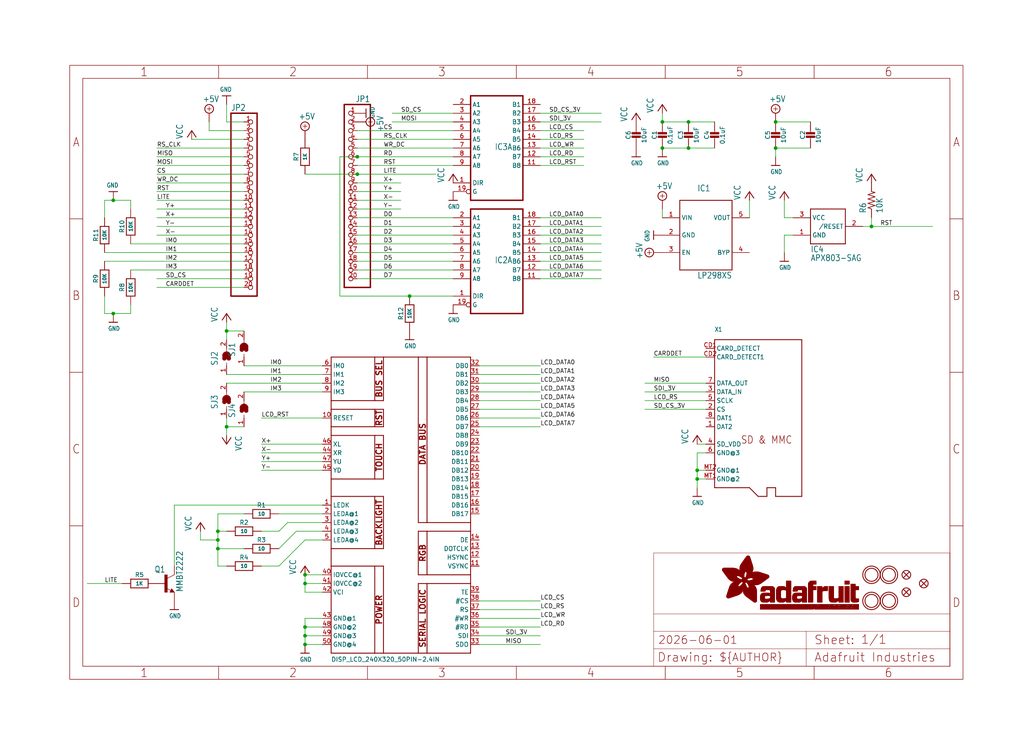
<source format=kicad_sch>
(kicad_sch (version 20230121) (generator eeschema)
  (paper "User" 298.45 217.322)
  (lib_symbols
    (symbol "working-eagle-import:+5V" (power)
      (property "Value" "+5V" (at -1.905 3.175 0))
      (symbol "+5V_1_0"
        (pin power_in line (at 0 -2.54 90) (length 2.54) (name "+5V") (number "1"))
      )
    )
    (symbol "working-eagle-import:-NPN-SOT23-BEC"
      (property "Reference" "T" (at -10.16 7.62 0))
      (symbol "-NPN-SOT23-BEC_1_0"
        (pin passive line (at -2.54 0 0) (length 2.54) (name "B") (number "B"))
        (pin passive line (at 2.54 5.08 270) (length 2.54) (name "C") (number "C"))
        (pin passive line (at 2.54 -5.08 90) (length 2.54) (name "E") (number "E"))
      )
    )
    (symbol "working-eagle-import:74245DW"
      (property "Reference" "IC" (at -0.635 -0.635 0))
      (symbol "74245DW_1_0"
        (pin input line (at -12.7 -10.16 0) (length 5.08) (name "DIR") (number "1"))
        (pin bidirectional line (at 12.7 -5.08 180) (length 5.08) (name "B8") (number "11"))
        (pin bidirectional line (at 12.7 -2.54 180) (length 5.08) (name "B7") (number "12"))
        (pin bidirectional line (at 12.7 0 180) (length 5.08) (name "B6") (number "13"))
        (pin bidirectional line (at 12.7 2.54 180) (length 5.08) (name "B5") (number "14"))
        (pin bidirectional line (at 12.7 5.08 180) (length 5.08) (name "B4") (number "15"))
        (pin bidirectional line (at 12.7 7.62 180) (length 5.08) (name "B3") (number "16"))
        (pin bidirectional line (at 12.7 10.16 180) (length 5.08) (name "B2") (number "17"))
        (pin bidirectional line (at 12.7 12.7 180) (length 5.08) (name "B1") (number "18"))
        (pin input inverted (at -12.7 -12.7 0) (length 5.08) (name "G") (number "19"))
        (pin bidirectional line (at -12.7 12.7 0) (length 5.08) (name "A1") (number "2"))
        (pin bidirectional line (at -12.7 10.16 0) (length 5.08) (name "A2") (number "3"))
        (pin bidirectional line (at -12.7 7.62 0) (length 5.08) (name "A3") (number "4"))
        (pin bidirectional line (at -12.7 5.08 0) (length 5.08) (name "A4") (number "5"))
        (pin bidirectional line (at -12.7 2.54 0) (length 5.08) (name "A5") (number "6"))
        (pin bidirectional line (at -12.7 0 0) (length 5.08) (name "A6") (number "7"))
        (pin bidirectional line (at -12.7 -2.54 0) (length 5.08) (name "A7") (number "8"))
        (pin bidirectional line (at -12.7 -5.08 0) (length 5.08) (name "A8") (number "9"))
      )
      (symbol "74245DW_2_0"
        (text "GND" (at 1.905 -5.842 900) (effects (font (size 1.27 1.0795)) (justify left bottom)))
        (text "VCC" (at 1.905 2.54 900) (effects (font (size 1.27 1.0795)) (justify left bottom)))
        (pin power_in line (at 0 -7.62 90) (length 5.08) (name "GND") (number "10"))
        (pin power_in line (at 0 7.62 270) (length 5.08) (name "VCC") (number "20"))
      )
    )
    (symbol "working-eagle-import:AXP083-SAG"
      (property "Reference" "IC" (at -5.08 -7.62 0))
      (symbol "AXP083-SAG_1_0"
        (pin power_in line (at -10.16 -2.54 0) (length 5.08) (name "GND") (number "1"))
        (pin output line (at 10.16 0 180) (length 5.08) (name "/RESET") (number "2"))
        (pin power_in line (at -10.16 2.54 0) (length 5.08) (name "VCC") (number "3"))
      )
    )
    (symbol "working-eagle-import:CAP_CERAMIC0805-NOOUTLINE"
      (property "Reference" "C" (at -2.29 1.25 90))
      (symbol "CAP_CERAMIC0805-NOOUTLINE_1_0"
        (pin passive line (at 0 5.08 270) (length 2.54) (name "1") (number "1"))
        (pin passive line (at 0 -2.54 90) (length 2.54) (name "2") (number "2"))
      )
    )
    (symbol "working-eagle-import:DISP_LCD_240X320_50PIN-2.4IN"
      (symbol "DISP_LCD_240X320_50PIN-2.4IN_1_0"
        (text "BACKLIGHT" (at -6.35 -7.62 900) (effects (font (size 1.6764 1.6764) (thickness 0.3353) bold)))
        (text "BUS SEL" (at -6.35 34.29 900) (effects (font (size 1.6764 1.6764) (thickness 0.3353) bold)))
        (text "DATA BUS" (at 6.35 15.24 900) (effects (font (size 1.6764 1.6764) (thickness 0.3353) bold)))
        (text "POWER" (at -6.35 -33.02 900) (effects (font (size 1.6764 1.6764) (thickness 0.3353) bold)))
        (text "RGB" (at 6.35 -16.51 900) (effects (font (size 1.6764 1.6764) (thickness 0.3353) bold)))
        (text "RST" (at -6.35 22.86 900) (effects (font (size 1.6764 1.6764) (thickness 0.3353) bold)))
        (text "SERIAL LOGIC" (at 6.35 -35.56 900) (effects (font (size 1.6764 1.6764) (thickness 0.3353) bold)))
        (text "TOUCH" (at -6.35 11.43 900) (effects (font (size 1.6764 1.6764) (thickness 0.3353) bold)))
        (pin bidirectional line (at -22.86 -2.54 0) (length 2.54) (name "LEDK") (number "1"))
        (pin bidirectional line (at -22.86 22.86 0) (length 2.54) (name "RESET") (number "10"))
        (pin bidirectional line (at 22.86 -20.32 180) (length 2.54) (name "VSYNC") (number "11"))
        (pin bidirectional line (at 22.86 -17.78 180) (length 2.54) (name "HSYNC") (number "12"))
        (pin bidirectional line (at 22.86 -15.24 180) (length 2.54) (name "DOTCLK") (number "13"))
        (pin bidirectional line (at 22.86 -12.7 180) (length 2.54) (name "DE") (number "14"))
        (pin bidirectional line (at 22.86 -5.08 180) (length 2.54) (name "DB17") (number "15"))
        (pin bidirectional line (at 22.86 -2.54 180) (length 2.54) (name "DB16") (number "16"))
        (pin bidirectional line (at 22.86 0 180) (length 2.54) (name "DB15") (number "17"))
        (pin bidirectional line (at 22.86 2.54 180) (length 2.54) (name "DB14") (number "18"))
        (pin bidirectional line (at 22.86 5.08 180) (length 2.54) (name "DB13") (number "19"))
        (pin bidirectional line (at -22.86 -5.08 0) (length 2.54) (name "LEDA@1") (number "2"))
        (pin bidirectional line (at 22.86 7.62 180) (length 2.54) (name "DB12") (number "20"))
        (pin bidirectional line (at 22.86 10.16 180) (length 2.54) (name "DB11") (number "21"))
        (pin bidirectional line (at 22.86 12.7 180) (length 2.54) (name "DB10") (number "22"))
        (pin bidirectional line (at 22.86 15.24 180) (length 2.54) (name "DB9") (number "23"))
        (pin bidirectional line (at 22.86 17.78 180) (length 2.54) (name "DB8") (number "24"))
        (pin bidirectional line (at 22.86 20.32 180) (length 2.54) (name "DB7") (number "25"))
        (pin bidirectional line (at 22.86 22.86 180) (length 2.54) (name "DB6") (number "26"))
        (pin bidirectional line (at 22.86 25.4 180) (length 2.54) (name "DB5") (number "27"))
        (pin bidirectional line (at 22.86 27.94 180) (length 2.54) (name "DB4") (number "28"))
        (pin bidirectional line (at 22.86 30.48 180) (length 2.54) (name "DB3") (number "29"))
        (pin bidirectional line (at -22.86 -7.62 0) (length 2.54) (name "LEDA@2") (number "3"))
        (pin bidirectional line (at 22.86 33.02 180) (length 2.54) (name "DB2") (number "30"))
        (pin bidirectional line (at 22.86 35.56 180) (length 2.54) (name "DB1") (number "31"))
        (pin bidirectional line (at 22.86 38.1 180) (length 2.54) (name "DB0") (number "32"))
        (pin bidirectional line (at 22.86 -43.18 180) (length 2.54) (name "SDO") (number "33"))
        (pin bidirectional line (at 22.86 -40.64 180) (length 2.54) (name "SDI") (number "34"))
        (pin bidirectional line (at 22.86 -38.1 180) (length 2.54) (name "#RD") (number "35"))
        (pin bidirectional line (at 22.86 -35.56 180) (length 2.54) (name "#WR") (number "36"))
        (pin bidirectional line (at 22.86 -33.02 180) (length 2.54) (name "RS") (number "37"))
        (pin bidirectional line (at 22.86 -30.48 180) (length 2.54) (name "#CS") (number "38"))
        (pin bidirectional line (at 22.86 -27.94 180) (length 2.54) (name "TE") (number "39"))
        (pin bidirectional line (at -22.86 -10.16 0) (length 2.54) (name "LEDA@3") (number "4"))
        (pin bidirectional line (at -22.86 -22.86 0) (length 2.54) (name "IOVCC@1") (number "40"))
        (pin bidirectional line (at -22.86 -25.4 0) (length 2.54) (name "IOVCC@2") (number "41"))
        (pin bidirectional line (at -22.86 -27.94 0) (length 2.54) (name "VCI") (number "42"))
        (pin bidirectional line (at -22.86 -35.56 0) (length 2.54) (name "GND@1") (number "43"))
        (pin bidirectional line (at -22.86 12.7 0) (length 2.54) (name "XR") (number "44"))
        (pin bidirectional line (at -22.86 7.62 0) (length 2.54) (name "YD") (number "45"))
        (pin bidirectional line (at -22.86 15.24 0) (length 2.54) (name "XL") (number "46"))
        (pin bidirectional line (at -22.86 10.16 0) (length 2.54) (name "YU") (number "47"))
        (pin bidirectional line (at -22.86 -38.1 0) (length 2.54) (name "GND@2") (number "48"))
        (pin bidirectional line (at -22.86 -40.64 0) (length 2.54) (name "GND@3") (number "49"))
        (pin bidirectional line (at -22.86 -12.7 0) (length 2.54) (name "LEDA@4") (number "5"))
        (pin bidirectional line (at -22.86 -43.18 0) (length 2.54) (name "GND@4") (number "50"))
        (pin bidirectional line (at -22.86 38.1 0) (length 2.54) (name "IM0") (number "6"))
        (pin bidirectional line (at -22.86 35.56 0) (length 2.54) (name "IM1") (number "7"))
        (pin bidirectional line (at -22.86 33.02 0) (length 2.54) (name "IM2") (number "8"))
        (pin bidirectional line (at -22.86 30.48 0) (length 2.54) (name "IM3") (number "9"))
      )
    )
    (symbol "working-eagle-import:FIDUCIAL{dblquote}{dblquote}")
    (symbol "working-eagle-import:FRAME_A4_ADAFRUIT"
      (symbol "FRAME_A4_ADAFRUIT_1_0"
        (text "${#}/${##}" (at 230.505 10.16 0) (effects (font (size 2.54 2.54)) (justify left bottom)))
        (text "${AUTHOR}" (at 189.23 5.08 0) (effects (font (size 2.286 2.286)) (justify left bottom)))
        (text "${CURRENT_DATE}" (at 171.45 10.16 0) (effects (font (size 2.286 2.286)) (justify left bottom)))
        (text "${PROJECTNAME}" (at 171.45 15.24 0) (effects (font (size 2.54 2.54)) (justify left bottom)))
        (text "1" (at 21.6958 1.905 0) (effects (font (size 2.54 2.286))))
        (text "1" (at 21.6958 177.165 0) (effects (font (size 2.54 2.286))))
        (text "2" (at 65.0875 1.905 0) (effects (font (size 2.54 2.286))))
        (text "2" (at 65.0875 177.165 0) (effects (font (size 2.54 2.286))))
        (text "3" (at 108.4792 1.905 0) (effects (font (size 2.54 2.286))))
        (text "3" (at 108.4792 177.165 0) (effects (font (size 2.54 2.286))))
        (text "4" (at 151.8708 1.905 0) (effects (font (size 2.54 2.286))))
        (text "4" (at 151.8708 177.165 0) (effects (font (size 2.54 2.286))))
        (text "5" (at 195.2625 1.905 0) (effects (font (size 2.54 2.286))))
        (text "5" (at 195.2625 177.165 0) (effects (font (size 2.54 2.286))))
        (text "6" (at 238.6542 1.905 0) (effects (font (size 2.54 2.286))))
        (text "6" (at 238.6542 177.165 0) (effects (font (size 2.54 2.286))))
        (text "A" (at 1.905 156.6863 0) (effects (font (size 2.54 2.286))))
        (text "A" (at 258.445 156.6863 0) (effects (font (size 2.54 2.286))))
        (text "Adafruit Industries" (at 216.916 4.953 0) (effects (font (size 2.54 2.54)) (justify left bottom)))
        (text "B" (at 1.905 111.9188 0) (effects (font (size 2.54 2.286))))
        (text "B" (at 258.445 111.9188 0) (effects (font (size 2.54 2.286))))
        (text "C" (at 1.905 67.1513 0) (effects (font (size 2.54 2.286))))
        (text "C" (at 258.445 67.1513 0) (effects (font (size 2.54 2.286))))
        (text "D" (at 1.905 22.3838 0) (effects (font (size 2.54 2.286))))
        (text "D" (at 258.445 22.3838 0) (effects (font (size 2.54 2.286))))
        (text "Drawing:" (at 171.196 4.953 0) (effects (font (size 2.54 2.54)) (justify left bottom)))
        (text "Sheet:" (at 216.916 10.033 0) (effects (font (size 2.54 2.54)) (justify left bottom)))
      )
    )
    (symbol "working-eagle-import:GND" (power)
      (property "Value" "GND" (at -1.524 -2.54 0))
      (symbol "GND_1_0"
        (pin power_in line (at 0 2.54 270) (length 2.54) (name "GND") (number "1"))
      )
    )
    (symbol "working-eagle-import:HEADER-1X20ROUND"
      (property "Reference" "JP" (at -6.35 26.035 0))
      (symbol "HEADER-1X20ROUND_1_0"
        (pin passive inverted (at -2.54 22.86 0) (length 2.54) (name "1") (number "1"))
        (pin passive inverted (at -2.54 0 0) (length 2.54) (name "10") (number "10"))
        (pin passive inverted (at -2.54 -2.54 0) (length 2.54) (name "11") (number "11"))
        (pin passive inverted (at -2.54 -5.08 0) (length 2.54) (name "12") (number "12"))
        (pin passive inverted (at -2.54 -7.62 0) (length 2.54) (name "13") (number "13"))
        (pin passive inverted (at -2.54 -10.16 0) (length 2.54) (name "14") (number "14"))
        (pin passive inverted (at -2.54 -12.7 0) (length 2.54) (name "15") (number "15"))
        (pin passive inverted (at -2.54 -15.24 0) (length 2.54) (name "16") (number "16"))
        (pin passive inverted (at -2.54 -17.78 0) (length 2.54) (name "17") (number "17"))
        (pin passive inverted (at -2.54 -20.32 0) (length 2.54) (name "18") (number "18"))
        (pin passive inverted (at -2.54 -22.86 0) (length 2.54) (name "19") (number "19"))
        (pin passive inverted (at -2.54 20.32 0) (length 2.54) (name "2") (number "2"))
        (pin passive inverted (at -2.54 -25.4 0) (length 2.54) (name "20") (number "20"))
        (pin passive inverted (at -2.54 17.78 0) (length 2.54) (name "3") (number "3"))
        (pin passive inverted (at -2.54 15.24 0) (length 2.54) (name "4") (number "4"))
        (pin passive inverted (at -2.54 12.7 0) (length 2.54) (name "5") (number "5"))
        (pin passive inverted (at -2.54 10.16 0) (length 2.54) (name "6") (number "6"))
        (pin passive inverted (at -2.54 7.62 0) (length 2.54) (name "7") (number "7"))
        (pin passive inverted (at -2.54 5.08 0) (length 2.54) (name "8") (number "8"))
        (pin passive inverted (at -2.54 2.54 0) (length 2.54) (name "9") (number "9"))
      )
    )
    (symbol "working-eagle-import:LP298XS"
      (property "Reference" "IC" (at -12.7 -5.08 90))
      (symbol "LP298XS_1_0"
        (pin bidirectional line (at -5.08 -15.24 90) (length 5.08) (name "VIN") (number "1"))
        (pin bidirectional line (at 0 -15.24 90) (length 5.08) (name "GND") (number "2"))
        (pin bidirectional line (at 5.08 -15.24 90) (length 5.08) (name "EN") (number "3"))
        (pin bidirectional line (at 5.08 10.16 270) (length 5.08) (name "BYP") (number "4"))
        (pin bidirectional line (at -5.08 10.16 270) (length 5.08) (name "VOUT") (number "5"))
      )
    )
    (symbol "working-eagle-import:MICROSD"
      (property "Reference" "X" (at -12.7 22.606 0))
      (symbol "MICROSD_1_0"
        (text "SD & MMC" (at -5.08 -10.16 0) (effects (font (size 2.1844 1.8567)) (justify left bottom)))
        (pin bidirectional line (at -15.24 -5.08 0) (length 2.54) (name "DAT2") (number "1"))
        (pin input line (at -15.24 0 0) (length 2.54) (name "CS") (number "2"))
        (pin input line (at -15.24 5.08 0) (length 2.54) (name "DATA_IN") (number "3"))
        (pin power_in line (at -15.24 -10.16 0) (length 2.54) (name "SD_VDD") (number "4"))
        (pin input line (at -15.24 2.54 0) (length 2.54) (name "SCLK") (number "5"))
        (pin power_in line (at -15.24 -12.7 0) (length 2.54) (name "GND@3") (number "6"))
        (pin output line (at -15.24 7.62 0) (length 2.54) (name "DATA_OUT") (number "7"))
        (pin bidirectional line (at -15.24 -2.54 0) (length 2.54) (name "DAT1") (number "8"))
        (pin passive line (at -15.24 17.78 0) (length 2.54) (name "CARD_DETECT") (number "CD1"))
        (pin passive line (at -15.24 15.24 0) (length 2.54) (name "CARD_DETECT1") (number "CD2"))
        (pin power_in line (at -15.24 -20.32 0) (length 2.54) (name "GND@2") (number "MT1"))
        (pin power_in line (at -15.24 -17.78 0) (length 2.54) (name "GND@1") (number "MT2"))
      )
    )
    (symbol "working-eagle-import:MOUNTINGHOLE2.5")
    (symbol "working-eagle-import:R-US_R0805"
      (property "Reference" "R" (at -3.81 1.4986 0))
      (symbol "R-US_R0805_1_0"
        (pin passive line (at -5.08 0 0) (length 2.54) (name "1") (number "1"))
        (pin passive line (at 5.08 0 180) (length 2.54) (name "2") (number "2"))
      )
    )
    (symbol "working-eagle-import:RESISTOR0805_NOOUTLINE"
      (property "Reference" "R" (at 0 2.54 0))
      (symbol "RESISTOR0805_NOOUTLINE_1_0"
        (pin passive line (at -5.08 0 0) (length 2.54) (name "1") (number "1"))
        (pin passive line (at 5.08 0 180) (length 2.54) (name "2") (number "2"))
      )
    )
    (symbol "working-eagle-import:SOLDERJUMPER"
      (property "Reference" "SJ" (at -2.54 2.54 0))
      (symbol "SOLDERJUMPER_1_0"
        (pin passive line (at -5.08 0 0) (length 2.54) (name "1") (number "1"))
        (pin passive line (at 5.08 0 180) (length 2.54) (name "2") (number "2"))
      )
    )
    (symbol "working-eagle-import:VCC" (power)
      (property "Value" "VCC" (at -2.54 -2.54 90))
      (symbol "VCC_1_0"
        (pin power_in line (at 0 -2.54 90) (length 2.54) (name "VCC") (number "1"))
      )
    )
  )
  (junction (at 193.04 35.56))
  (junction (at 200.66 35.56))
  (junction (at 203.2 139.7))
  (junction (at 226.06 43.18))
  (junction (at 200.66 43.18))
  (junction (at 66.04 96.52))
  (junction (at 88.9 167.64))
  (junction (at 88.9 182.88))
  (junction (at 193.04 43.18))
  (junction (at 203.2 137.16))
  (junction (at 33.02 91.44))
  (junction (at 88.9 187.96))
  (junction (at 88.9 170.18))
  (junction (at 254 66.04))
  (junction (at 226.06 35.56))
  (junction (at 63.5 154.94))
  (junction (at 33.02 58.42))
  (junction (at 66.04 124.46))
  (junction (at 119.38 86.36))
  (junction (at 104.14 45.72))
  (junction (at 63.5 157.48))
  (junction (at 104.14 50.8))
  (junction (at 88.9 185.42))
  (junction (at 63.5 160.02))
  (wire (pts (xy 200.66 35.56) (xy 208.28 35.56)) (stroke (width 0.1524)))
  (wire (pts (xy 139.7 182.88) (xy 157.48 182.88)) (stroke (width 0.1524)))
  (wire (pts (xy 157.48 45.72) (xy 170.18 45.72)) (stroke (width 0.1524)))
  (wire (pts (xy 226.06 35.56) (xy 236.22 35.56)) (stroke (width 0.1524)))
  (wire (pts (xy 88.9 170.18) (xy 93.98 170.18)) (stroke (width 0.1524)))
  (wire (pts (xy 66.04 127) (xy 66.04 124.46)) (stroke (width 0.1524)))
  (wire (pts (xy 93.98 106.68) (xy 71.12 106.68)) (stroke (width 0.1524)))
  (wire (pts (xy 81.28 160.02) (xy 86.36 154.94)) (stroke (width 0.1524)))
  (wire (pts (xy 50.8 165.1) (xy 50.8 147.32)) (stroke (width 0.1524)))
  (wire (pts (xy 157.48 40.64) (xy 170.18 40.64)) (stroke (width 0.1524)))
  (wire (pts (xy 71.12 38.1) (xy 60.96 38.1)) (stroke (width 0.1524)))
  (wire (pts (xy 93.98 167.64) (xy 88.9 167.64)) (stroke (width 0.1524)))
  (wire (pts (xy 139.7 124.46) (xy 157.48 124.46)) (stroke (width 0.1524)))
  (wire (pts (xy 93.98 182.88) (xy 88.9 182.88)) (stroke (width 0.1524)))
  (wire (pts (xy 45.72 50.8) (xy 71.12 50.8)) (stroke (width 0.1524)))
  (wire (pts (xy 139.7 116.84) (xy 157.48 116.84)) (stroke (width 0.1524)))
  (wire (pts (xy 88.9 157.48) (xy 93.98 157.48)) (stroke (width 0.1524)))
  (wire (pts (xy 139.7 111.76) (xy 157.48 111.76)) (stroke (width 0.1524)))
  (wire (pts (xy 88.9 172.72) (xy 88.9 170.18)) (stroke (width 0.1524)))
  (wire (pts (xy 132.08 78.74) (xy 104.14 78.74)) (stroke (width 0.1524)))
  (wire (pts (xy 45.72 45.72) (xy 71.12 45.72)) (stroke (width 0.1524)))
  (wire (pts (xy 132.08 63.5) (xy 104.14 63.5)) (stroke (width 0.1524)))
  (wire (pts (xy 205.74 129.54) (xy 203.2 129.54)) (stroke (width 0.1524)))
  (wire (pts (xy 88.9 187.96) (xy 93.98 187.96)) (stroke (width 0.1524)))
  (wire (pts (xy 205.74 139.7) (xy 203.2 139.7)) (stroke (width 0.1524)))
  (wire (pts (xy 203.2 139.7) (xy 203.2 137.16)) (stroke (width 0.1524)))
  (wire (pts (xy 175.26 71.12) (xy 157.48 71.12)) (stroke (width 0.1524)))
  (wire (pts (xy 139.7 121.92) (xy 157.48 121.92)) (stroke (width 0.1524)))
  (wire (pts (xy 254 63.5) (xy 254 66.04)) (stroke (width 0.1524)))
  (wire (pts (xy 139.7 175.26) (xy 157.48 175.26)) (stroke (width 0.1524)))
  (wire (pts (xy 139.7 114.3) (xy 157.48 114.3)) (stroke (width 0.1524)))
  (wire (pts (xy 104.14 40.64) (xy 132.08 40.64)) (stroke (width 0.1524)))
  (wire (pts (xy 251.46 66.04) (xy 254 66.04)) (stroke (width 0.1524)))
  (wire (pts (xy 139.7 187.96) (xy 157.48 187.96)) (stroke (width 0.1524)))
  (wire (pts (xy 30.48 91.44) (xy 33.02 91.44)) (stroke (width 0.1524)))
  (wire (pts (xy 66.04 96.52) (xy 71.12 96.52)) (stroke (width 0.1524)))
  (wire (pts (xy 104.14 60.96) (xy 116.84 60.96)) (stroke (width 0.1524)))
  (wire (pts (xy 93.98 180.34) (xy 88.9 180.34)) (stroke (width 0.1524)))
  (wire (pts (xy 139.7 109.22) (xy 157.48 109.22)) (stroke (width 0.1524)))
  (wire (pts (xy 226.06 43.18) (xy 236.22 43.18)) (stroke (width 0.1524)))
  (wire (pts (xy 104.14 48.26) (xy 132.08 48.26)) (stroke (width 0.1524)))
  (wire (pts (xy 200.66 35.56) (xy 193.04 35.56)) (stroke (width 0.1524)))
  (wire (pts (xy 139.7 180.34) (xy 157.48 180.34)) (stroke (width 0.1524)))
  (wire (pts (xy 30.48 76.2) (xy 71.12 76.2)) (stroke (width 0.1524)))
  (wire (pts (xy 132.08 66.04) (xy 104.14 66.04)) (stroke (width 0.1524)))
  (wire (pts (xy 205.74 104.14) (xy 190.5 104.14)) (stroke (width 0.1524)))
  (wire (pts (xy 86.36 154.94) (xy 93.98 154.94)) (stroke (width 0.1524)))
  (wire (pts (xy 63.5 160.02) (xy 63.5 157.48)) (stroke (width 0.1524)))
  (wire (pts (xy 139.7 119.38) (xy 157.48 119.38)) (stroke (width 0.1524)))
  (wire (pts (xy 63.5 165.1) (xy 63.5 160.02)) (stroke (width 0.1524)))
  (wire (pts (xy 71.12 68.58) (xy 45.72 68.58)) (stroke (width 0.1524)))
  (wire (pts (xy 66.04 154.94) (xy 63.5 154.94)) (stroke (width 0.1524)))
  (wire (pts (xy 30.48 73.66) (xy 71.12 73.66)) (stroke (width 0.1524)))
  (wire (pts (xy 63.5 160.02) (xy 71.12 160.02)) (stroke (width 0.1524)))
  (wire (pts (xy 88.9 167.64) (xy 88.9 170.18)) (stroke (width 0.1524)))
  (wire (pts (xy 71.12 124.46) (xy 66.04 124.46)) (stroke (width 0.1524)))
  (wire (pts (xy 71.12 48.26) (xy 45.72 48.26)) (stroke (width 0.1524)))
  (wire (pts (xy 93.98 134.62) (xy 76.2 134.62)) (stroke (width 0.1524)))
  (wire (pts (xy 104.14 55.88) (xy 116.84 55.88)) (stroke (width 0.1524)))
  (wire (pts (xy 104.14 43.18) (xy 132.08 43.18)) (stroke (width 0.1524)))
  (wire (pts (xy 228.6 68.58) (xy 231.14 68.58)) (stroke (width 0.1524)))
  (wire (pts (xy 63.5 157.48) (xy 63.5 154.94)) (stroke (width 0.1524)))
  (wire (pts (xy 132.08 71.12) (xy 104.14 71.12)) (stroke (width 0.1524)))
  (wire (pts (xy 104.14 58.42) (xy 116.84 58.42)) (stroke (width 0.1524)))
  (wire (pts (xy 38.1 91.44) (xy 38.1 88.9)) (stroke (width 0.1524)))
  (wire (pts (xy 203.2 137.16) (xy 205.74 137.16)) (stroke (width 0.1524)))
  (wire (pts (xy 76.2 165.1) (xy 81.28 165.1)) (stroke (width 0.1524)))
  (wire (pts (xy 104.14 53.34) (xy 116.84 53.34)) (stroke (width 0.1524)))
  (wire (pts (xy 175.26 66.04) (xy 157.48 66.04)) (stroke (width 0.1524)))
  (wire (pts (xy 81.28 154.94) (xy 83.82 152.4)) (stroke (width 0.1524)))
  (wire (pts (xy 193.04 33.02) (xy 193.04 35.56)) (stroke (width 0.1524)))
  (wire (pts (xy 231.14 63.5) (xy 228.6 63.5)) (stroke (width 0.1524)))
  (wire (pts (xy 66.04 165.1) (xy 63.5 165.1)) (stroke (width 0.1524)))
  (wire (pts (xy 187.96 119.38) (xy 205.74 119.38)) (stroke (width 0.1524)))
  (wire (pts (xy 104.14 50.8) (xy 88.9 50.8)) (stroke (width 0.1524)))
  (wire (pts (xy 71.12 66.04) (xy 45.72 66.04)) (stroke (width 0.1524)))
  (wire (pts (xy 55.88 40.64) (xy 71.12 40.64)) (stroke (width 0.1524)))
  (wire (pts (xy 93.98 129.54) (xy 76.2 129.54)) (stroke (width 0.1524)))
  (wire (pts (xy 66.04 109.22) (xy 93.98 109.22)) (stroke (width 0.1524)))
  (wire (pts (xy 93.98 132.08) (xy 76.2 132.08)) (stroke (width 0.1524)))
  (wire (pts (xy 132.08 35.56) (xy 114.3 35.56)) (stroke (width 0.1524)))
  (wire (pts (xy 205.74 116.84) (xy 187.96 116.84)) (stroke (width 0.1524)))
  (wire (pts (xy 33.02 91.44) (xy 38.1 91.44)) (stroke (width 0.1524)))
  (wire (pts (xy 157.48 38.1) (xy 170.18 38.1)) (stroke (width 0.1524)))
  (wire (pts (xy 45.72 43.18) (xy 71.12 43.18)) (stroke (width 0.1524)))
  (wire (pts (xy 88.9 185.42) (xy 88.9 187.96)) (stroke (width 0.1524)))
  (wire (pts (xy 193.04 60.96) (xy 193.04 63.5)) (stroke (width 0.1524)))
  (wire (pts (xy 132.08 73.66) (xy 104.14 73.66)) (stroke (width 0.1524)))
  (wire (pts (xy 63.5 149.86) (xy 71.12 149.86)) (stroke (width 0.1524)))
  (wire (pts (xy 228.6 63.5) (xy 228.6 58.42)) (stroke (width 0.1524)))
  (wire (pts (xy 104.14 38.1) (xy 132.08 38.1)) (stroke (width 0.1524)))
  (wire (pts (xy 175.26 78.74) (xy 157.48 78.74)) (stroke (width 0.1524)))
  (wire (pts (xy 132.08 76.2) (xy 104.14 76.2)) (stroke (width 0.1524)))
  (wire (pts (xy 104.14 45.72) (xy 132.08 45.72)) (stroke (width 0.1524)))
  (wire (pts (xy 132.08 68.58) (xy 104.14 68.58)) (stroke (width 0.1524)))
  (wire (pts (xy 66.04 93.98) (xy 66.04 96.52)) (stroke (width 0.1524)))
  (wire (pts (xy 45.72 55.88) (xy 71.12 55.88)) (stroke (width 0.1524)))
  (wire (pts (xy 203.2 139.7) (xy 203.2 142.24)) (stroke (width 0.1524)))
  (wire (pts (xy 157.48 43.18) (xy 170.18 43.18)) (stroke (width 0.1524)))
  (wire (pts (xy 132.08 86.36) (xy 119.38 86.36)) (stroke (width 0.1524)))
  (wire (pts (xy 254 66.04) (xy 271.78 66.04)) (stroke (width 0.1524)))
  (wire (pts (xy 104.14 50.8) (xy 127 50.8)) (stroke (width 0.1524)))
  (wire (pts (xy 205.74 114.3) (xy 187.96 114.3)) (stroke (width 0.1524)))
  (wire (pts (xy 66.04 99.06) (xy 66.04 96.52)) (stroke (width 0.1524)))
  (wire (pts (xy 187.96 111.76) (xy 205.74 111.76)) (stroke (width 0.1524)))
  (wire (pts (xy 104.14 45.72) (xy 99.06 45.72)) (stroke (width 0.1524)))
  (wire (pts (xy 71.12 71.12) (xy 38.1 71.12)) (stroke (width 0.1524)))
  (wire (pts (xy 45.72 81.28) (xy 71.12 81.28)) (stroke (width 0.1524)))
  (wire (pts (xy 38.1 58.42) (xy 33.02 58.42)) (stroke (width 0.1524)))
  (wire (pts (xy 175.26 76.2) (xy 157.48 76.2)) (stroke (width 0.1524)))
  (wire (pts (xy 60.96 38.1) (xy 60.96 35.56)) (stroke (width 0.1524)))
  (wire (pts (xy 76.2 121.92) (xy 93.98 121.92)) (stroke (width 0.1524)))
  (wire (pts (xy 58.42 157.48) (xy 63.5 157.48)) (stroke (width 0.1524)))
  (wire (pts (xy 139.7 185.42) (xy 157.48 185.42)) (stroke (width 0.1524)))
  (wire (pts (xy 99.06 86.36) (xy 99.06 45.72)) (stroke (width 0.1524)))
  (wire (pts (xy 71.12 35.56) (xy 66.04 35.56)) (stroke (width 0.1524)))
  (wire (pts (xy 35.56 170.18) (xy 25.4 170.18)) (stroke (width 0.1524)))
  (wire (pts (xy 175.26 68.58) (xy 157.48 68.58)) (stroke (width 0.1524)))
  (wire (pts (xy 205.74 132.08) (xy 203.2 132.08)) (stroke (width 0.1524)))
  (wire (pts (xy 88.9 180.34) (xy 88.9 182.88)) (stroke (width 0.1524)))
  (wire (pts (xy 71.12 83.82) (xy 45.72 83.82)) (stroke (width 0.1524)))
  (wire (pts (xy 139.7 106.68) (xy 157.48 106.68)) (stroke (width 0.1524)))
  (wire (pts (xy 81.28 165.1) (xy 88.9 157.48)) (stroke (width 0.1524)))
  (wire (pts (xy 193.04 43.18) (xy 200.66 43.18)) (stroke (width 0.1524)))
  (wire (pts (xy 175.26 63.5) (xy 157.48 63.5)) (stroke (width 0.1524)))
  (wire (pts (xy 71.12 78.74) (xy 38.1 78.74)) (stroke (width 0.1524)))
  (wire (pts (xy 50.8 147.32) (xy 93.98 147.32)) (stroke (width 0.1524)))
  (wire (pts (xy 175.26 73.66) (xy 157.48 73.66)) (stroke (width 0.1524)))
  (wire (pts (xy 45.72 53.34) (xy 71.12 53.34)) (stroke (width 0.1524)))
  (wire (pts (xy 71.12 60.96) (xy 45.72 60.96)) (stroke (width 0.1524)))
  (wire (pts (xy 157.48 33.02) (xy 175.26 33.02)) (stroke (width 0.1524)))
  (wire (pts (xy 93.98 111.76) (xy 66.04 111.76)) (stroke (width 0.1524)))
  (wire (pts (xy 88.9 185.42) (xy 93.98 185.42)) (stroke (width 0.1524)))
  (wire (pts (xy 139.7 177.8) (xy 157.48 177.8)) (stroke (width 0.1524)))
  (wire (pts (xy 58.42 154.94) (xy 58.42 157.48)) (stroke (width 0.1524)))
  (wire (pts (xy 76.2 154.94) (xy 81.28 154.94)) (stroke (width 0.1524)))
  (wire (pts (xy 132.08 81.28) (xy 104.14 81.28)) (stroke (width 0.1524)))
  (wire (pts (xy 66.04 124.46) (xy 66.04 121.92)) (stroke (width 0.1524)))
  (wire (pts (xy 119.38 86.36) (xy 99.06 86.36)) (stroke (width 0.1524)))
  (wire (pts (xy 93.98 172.72) (xy 88.9 172.72)) (stroke (width 0.1524)))
  (wire (pts (xy 93.98 137.16) (xy 76.2 137.16)) (stroke (width 0.1524)))
  (wire (pts (xy 203.2 132.08) (xy 203.2 137.16)) (stroke (width 0.1524)))
  (wire (pts (xy 157.48 48.26) (xy 170.18 48.26)) (stroke (width 0.1524)))
  (wire (pts (xy 30.48 58.42) (xy 30.48 63.5)) (stroke (width 0.1524)))
  (wire (pts (xy 38.1 60.96) (xy 38.1 58.42)) (stroke (width 0.1524)))
  (wire (pts (xy 83.82 152.4) (xy 93.98 152.4)) (stroke (width 0.1524)))
  (wire (pts (xy 30.48 86.36) (xy 30.48 91.44)) (stroke (width 0.1524)))
  (wire (pts (xy 88.9 182.88) (xy 88.9 185.42)) (stroke (width 0.1524)))
  (wire (pts (xy 63.5 154.94) (xy 63.5 149.86)) (stroke (width 0.1524)))
  (wire (pts (xy 208.28 43.18) (xy 200.66 43.18)) (stroke (width 0.1524)))
  (wire (pts (xy 218.44 58.42) (xy 218.44 63.5)) (stroke (width 0.1524)))
  (wire (pts (xy 33.02 58.42) (xy 30.48 58.42)) (stroke (width 0.1524)))
  (wire (pts (xy 71.12 63.5) (xy 45.72 63.5)) (stroke (width 0.1524)))
  (wire (pts (xy 93.98 114.3) (xy 71.12 114.3)) (stroke (width 0.1524)))
  (wire (pts (xy 114.3 33.02) (xy 132.08 33.02)) (stroke (width 0.1524)))
  (wire (pts (xy 66.04 35.56) (xy 66.04 30.48)) (stroke (width 0.1524)))
  (wire (pts (xy 175.26 81.28) (xy 157.48 81.28)) (stroke (width 0.1524)))
  (wire (pts (xy 226.06 45.72) (xy 226.06 43.18)) (stroke (width 0.1524)))
  (wire (pts (xy 228.6 73.66) (xy 228.6 68.58)) (stroke (width 0.1524)))
  (wire (pts (xy 157.48 35.56) (xy 175.26 35.56)) (stroke (width 0.1524)))
  (wire (pts (xy 71.12 58.42) (xy 45.72 58.42)) (stroke (width 0.1524)))
  (wire (pts (xy 81.28 149.86) (xy 93.98 149.86)) (stroke (width 0.1524)))
  (label "LCD_RD" (at 160.02 45.72 0) (effects (font (size 1.2446 1.2446))))
  (label "MISO" (at 190.5 111.76 0) (effects (font (size 1.2446 1.2446))))
  (label "LCD_WR" (at 160.02 43.18 0) (effects (font (size 1.2446 1.2446))))
  (label "IM0" (at 48.26 71.12 0) (effects (font (size 1.2446 1.2446))))
  (label "LCD_DATA5" (at 157.48 119.38 0) (effects (font (size 1.2446 1.2446))))
  (label "LCD_DATA2" (at 157.48 111.76 0) (effects (font (size 1.2446 1.2446))))
  (label "Y+" (at 111.76 55.88 0) (effects (font (size 1.2446 1.2446))))
  (label "X+" (at 48.26 63.5 0) (effects (font (size 1.2446 1.2446))))
  (label "X-" (at 111.76 58.42 0) (effects (font (size 1.2446 1.2446))))
  (label "LITE" (at 30.48 170.18 0) (effects (font (size 1.2446 1.2446))))
  (label "LCD_DATA2" (at 160.02 68.58 0) (effects (font (size 1.2446 1.2446))))
  (label "D3" (at 111.76 71.12 0) (effects (font (size 1.2446 1.2446))))
  (label "SD_CS" (at 116.84 33.02 0) (effects (font (size 1.2446 1.2446))))
  (label "MOSI" (at 116.84 35.56 0) (effects (font (size 1.2446 1.2446))))
  (label "LCD_DATA3" (at 157.48 114.3 0) (effects (font (size 1.2446 1.2446))))
  (label "X-" (at 76.2 132.08 0) (effects (font (size 1.2446 1.2446))))
  (label "LCD_DATA0" (at 160.02 63.5 0) (effects (font (size 1.2446 1.2446))))
  (label "LCD_DATA4" (at 157.48 116.84 0) (effects (font (size 1.2446 1.2446))))
  (label "CS" (at 45.72 50.8 0) (effects (font (size 1.2446 1.2446))))
  (label "MOSI" (at 45.72 48.26 0) (effects (font (size 1.2446 1.2446))))
  (label "SD_CS" (at 48.26 81.28 0) (effects (font (size 1.2446 1.2446))))
  (label "SDI_3V" (at 190.5 114.3 0) (effects (font (size 1.2446 1.2446))))
  (label "LCD_DATA7" (at 157.48 124.46 0) (effects (font (size 1.2446 1.2446))))
  (label "D0" (at 111.76 63.5 0) (effects (font (size 1.2446 1.2446))))
  (label "WR_DC" (at 45.72 53.34 0) (effects (font (size 1.2446 1.2446))))
  (label "IM3" (at 48.26 78.74 0) (effects (font (size 1.2446 1.2446))))
  (label "Y-" (at 111.76 60.96 0) (effects (font (size 1.2446 1.2446))))
  (label "D5" (at 111.76 76.2 0) (effects (font (size 1.2446 1.2446))))
  (label "IM1" (at 48.26 73.66 0) (effects (font (size 1.2446 1.2446))))
  (label "SD_CS_3V" (at 160.02 33.02 0) (effects (font (size 1.2446 1.2446))))
  (label "LCD_DATA0" (at 157.48 106.68 0) (effects (font (size 1.2446 1.2446))))
  (label "MISO" (at 45.72 45.72 0) (effects (font (size 1.2446 1.2446))))
  (label "LCD_DATA4" (at 160.02 73.66 0) (effects (font (size 1.2446 1.2446))))
  (label "D1" (at 111.76 66.04 0) (effects (font (size 1.2446 1.2446))))
  (label "Y-" (at 76.2 137.16 0) (effects (font (size 1.2446 1.2446))))
  (label "D4" (at 111.76 73.66 0) (effects (font (size 1.2446 1.2446))))
  (label "SDI_3V" (at 147.32 185.42 0) (effects (font (size 1.2446 1.2446))))
  (label "MISO" (at 147.32 187.96 0) (effects (font (size 1.2446 1.2446))))
  (label "IM2" (at 48.26 76.2 0) (effects (font (size 1.2446 1.2446))))
  (label "RST" (at 256.54 66.04 0) (effects (font (size 1.2446 1.2446))))
  (label "SD_CS_3V" (at 190.5 119.38 0) (effects (font (size 1.2446 1.2446))))
  (label "LCD_RST" (at 76.2 121.92 0) (effects (font (size 1.2446 1.2446))))
  (label "CS" (at 111.76 38.1 0) (effects (font (size 1.2446 1.2446))))
  (label "LCD_CS" (at 157.48 175.26 0) (effects (font (size 1.2446 1.2446))))
  (label "LITE" (at 111.76 50.8 0) (effects (font (size 1.2446 1.2446))))
  (label "LCD_RS" (at 160.02 40.64 0) (effects (font (size 1.2446 1.2446))))
  (label "LCD_RS" (at 157.48 177.8 0) (effects (font (size 1.2446 1.2446))))
  (label "LCD_RS" (at 190.5 116.84 0) (effects (font (size 1.2446 1.2446))))
  (label "LCD_RD" (at 157.48 182.88 0) (effects (font (size 1.2446 1.2446))))
  (label "IM0" (at 78.74 106.68 0) (effects (font (size 1.2446 1.2446))))
  (label "Y+" (at 48.26 60.96 0) (effects (font (size 1.2446 1.2446))))
  (label "D7" (at 111.76 81.28 0) (effects (font (size 1.2446 1.2446))))
  (label "LCD_DATA5" (at 160.02 76.2 0) (effects (font (size 1.2446 1.2446))))
  (label "LCD_DATA3" (at 160.02 71.12 0) (effects (font (size 1.2446 1.2446))))
  (label "RS_CLK" (at 45.72 43.18 0) (effects (font (size 1.2446 1.2446))))
  (label "RST" (at 111.76 48.26 0) (effects (font (size 1.2446 1.2446))))
  (label "RST" (at 45.72 55.88 0) (effects (font (size 1.2446 1.2446))))
  (label "X+" (at 111.76 53.34 0) (effects (font (size 1.2446 1.2446))))
  (label "LCD_DATA6" (at 157.48 121.92 0) (effects (font (size 1.2446 1.2446))))
  (label "LCD_DATA6" (at 160.02 78.74 0) (effects (font (size 1.2446 1.2446))))
  (label "LCD_WR" (at 157.48 180.34 0) (effects (font (size 1.2446 1.2446))))
  (label "RD" (at 111.76 45.72 0) (effects (font (size 1.2446 1.2446))))
  (label "IM2" (at 78.74 111.76 0) (effects (font (size 1.2446 1.2446))))
  (label "CARDDET" (at 48.26 83.82 0) (effects (font (size 1.2446 1.2446))))
  (label "RS_CLK" (at 111.76 40.64 0) (effects (font (size 1.2446 1.2446))))
  (label "LITE" (at 45.72 58.42 0) (effects (font (size 1.2446 1.2446))))
  (label "LCD_RST" (at 160.02 48.26 0) (effects (font (size 1.2446 1.2446))))
  (label "LCD_CS" (at 160.02 38.1 0) (effects (font (size 1.2446 1.2446))))
  (label "IM1" (at 78.74 109.22 0) (effects (font (size 1.2446 1.2446))))
  (label "Y+" (at 76.2 134.62 0) (effects (font (size 1.2446 1.2446))))
  (label "LCD_DATA1" (at 160.02 66.04 0) (effects (font (size 1.2446 1.2446))))
  (label "LCD_DATA7" (at 160.02 81.28 0) (effects (font (size 1.2446 1.2446))))
  (label "D6" (at 111.76 78.74 0) (effects (font (size 1.2446 1.2446))))
  (label "Y-" (at 48.26 66.04 0) (effects (font (size 1.2446 1.2446))))
  (label "LCD_DATA1" (at 157.48 109.22 0) (effects (font (size 1.2446 1.2446))))
  (label "IM3" (at 78.74 114.3 0) (effects (font (size 1.2446 1.2446))))
  (label "WR_DC" (at 111.76 43.18 0) (effects (font (size 1.2446 1.2446))))
  (label "X-" (at 48.26 68.58 0) (effects (font (size 1.2446 1.2446))))
  (label "D2" (at 111.76 68.58 0) (effects (font (size 1.2446 1.2446))))
  (label "SDI_3V" (at 160.02 35.56 0) (effects (font (size 1.2446 1.2446))))
  (label "CARDDET" (at 190.5 104.14 0) (effects (font (size 1.2446 1.2446))))
  (label "X+" (at 76.2 129.54 0) (effects (font (size 1.2446 1.2446))))
  (symbol (lib_id "working-eagle-import:LP298XS") (at 208.28 68.58 270) (unit 1)
    (property "Reference" "IC1" (at 203.2 55.88 90) (effects (font (size 1.778 1.5113)) (justify left bottom)))
    (property "Value" "LP298XS" (at 203.2 81.28 90) (effects (font (size 1.778 1.5113)) (justify left bottom)))
    (property "Footprint" "working:SOT23-5L" (effects hide))
  )
  (symbol (lib_id "working-eagle-import:SOLDERJUMPER") (at 66.04 104.14 90) (unit 1)
    (property "Reference" "SJ2" (at 63.5 106.68 0) (effects (font (size 1.778 1.5113)) (justify left bottom)))
    (property "Value" "SOLDERJUMPER" (effects hide))
    (property "Footprint" "working:SOLDERJUMPER_ARROW_NOPASTE" (effects hide))
  )
  (symbol (lib_id "working-eagle-import:RESISTOR0805_NOOUTLINE") (at 30.48 81.28 90) (unit 1)
    (property "Reference" "R9" (at 27.94 81.28 0))
    (property "Value" "10K" (at 30.48 81.28 0) (effects (font (size 1.016 1.016) bold)))
    (property "Footprint" "working:0805-NO" (effects hide))
  )
  (symbol (lib_id "working-eagle-import:GND") (at 228.6 76.2 0) (unit 1)
    (property "Reference" "#U$3" (effects hide))
    (property "Value" "GND" (at 227.076 78.74 0) (effects (font (size 1.27 1.0795)) (justify left bottom)))
  )
  (symbol (lib_id "working-eagle-import:RESISTOR0805_NOOUTLINE") (at 71.12 154.94 0) (unit 1)
    (property "Reference" "R2" (at 71.12 152.4 0))
    (property "Value" "10" (at 71.12 154.94 0) (effects (font (size 1.016 1.016) bold)))
    (property "Footprint" "working:0805-NO" (effects hide))
  )
  (symbol (lib_id "working-eagle-import:MICROSD") (at 220.98 119.38 0) (unit 1)
    (property "Reference" "X1" (at 208.28 96.774 0) (effects (font (size 1.27 1.0795)) (justify left bottom)))
    (property "Value" "MICROSD" (effects hide))
    (property "Footprint" "working:MICROSD" (effects hide))
  )
  (symbol (lib_id "working-eagle-import:GND") (at 50.8 177.8 0) (unit 1)
    (property "Reference" "#U$6" (effects hide))
    (property "Value" "GND" (at 49.276 180.34 0) (effects (font (size 1.27 1.0795)) (justify left bottom)))
  )
  (symbol (lib_id "working-eagle-import:MOUNTINGHOLE2.5") (at 259.08 167.64 0) (unit 1)
    (property "Reference" "U$7" (effects hide))
    (property "Value" "MOUNTINGHOLE2.5" (effects hide))
    (property "Footprint" "working:MOUNTINGHOLE_2.5_PLATED" (effects hide))
  )
  (symbol (lib_id "working-eagle-import:GND") (at 106.68 33.02 90) (unit 1)
    (property "Reference" "#U$5" (effects hide))
    (property "Value" "GND" (at 109.22 34.544 0) (effects (font (size 1.27 1.0795)) (justify left bottom)))
  )
  (symbol (lib_id "working-eagle-import:HEADER-1X20ROUND") (at 101.6 55.88 0) (mirror y) (unit 1)
    (property "Reference" "JP1" (at 107.95 29.845 0) (effects (font (size 1.778 1.5113)) (justify left bottom)))
    (property "Value" "HEADER-1X20ROUND" (effects hide))
    (property "Footprint" "working:1X20_ROUND" (effects hide))
  )
  (symbol (lib_id "working-eagle-import:VCC") (at 66.04 91.44 0) (unit 1)
    (property "Reference" "#P+11" (effects hide))
    (property "Value" "VCC" (at 63.5 93.98 90) (effects (font (size 1.778 1.5113)) (justify left bottom)))
  )
  (symbol (lib_id "working-eagle-import:GND") (at 203.2 144.78 0) (unit 1)
    (property "Reference" "#U$18" (effects hide))
    (property "Value" "GND" (at 201.676 147.32 0) (effects (font (size 1.27 1.0795)) (justify left bottom)))
  )
  (symbol (lib_id "working-eagle-import:AXP083-SAG") (at 241.3 66.04 0) (unit 1)
    (property "Reference" "IC4" (at 236.22 73.66 0) (effects (font (size 1.778 1.5113)) (justify left bottom)))
    (property "Value" "APX803-SAG" (at 236.22 76.2 0) (effects (font (size 1.778 1.5113)) (justify left bottom)))
    (property "Footprint" "working:SOT23" (effects hide))
  )
  (symbol (lib_id "working-eagle-import:+5V") (at 88.9 38.1 0) (unit 1)
    (property "Reference" "#SUPPLY6" (effects hide))
    (property "Value" "+5V" (at 86.995 34.925 0) (effects (font (size 1.778 1.5113)) (justify left bottom)))
  )
  (symbol (lib_id "working-eagle-import:GND") (at 33.02 93.98 0) (unit 1)
    (property "Reference" "#U$20" (effects hide))
    (property "Value" "GND" (at 31.496 96.52 0) (effects (font (size 1.27 1.0795)) (justify left bottom)))
  )
  (symbol (lib_id "working-eagle-import:GND") (at 185.42 45.72 0) (unit 1)
    (property "Reference" "#U$24" (effects hide))
    (property "Value" "GND" (at 183.896 48.26 0) (effects (font (size 1.27 1.0795)) (justify left bottom)))
  )
  (symbol (lib_id "working-eagle-import:CAP_CERAMIC0805-NOOUTLINE") (at 208.28 40.64 0) (unit 1)
    (property "Reference" "C4" (at 205.99 39.39 90))
    (property "Value" "0.1uF" (at 210.58 39.39 90))
    (property "Footprint" "working:0805-NO" (effects hide))
  )
  (symbol (lib_id "working-eagle-import:-NPN-SOT23-BEC") (at 48.26 170.18 0) (unit 1)
    (property "Reference" "Q1" (at 48.26 165.1 0) (effects (font (size 1.778 1.5113)) (justify right top)))
    (property "Value" "MMBT2222" (at 53.34 172.72 90) (effects (font (size 1.778 1.5113)) (justify left bottom)))
    (property "Footprint" "working:SOT23-BEC" (effects hide))
  )
  (symbol (lib_id "working-eagle-import:MOUNTINGHOLE2.5") (at 254 175.26 0) (unit 1)
    (property "Reference" "U$17" (effects hide))
    (property "Value" "MOUNTINGHOLE2.5" (effects hide))
    (property "Footprint" "working:MOUNTINGHOLE_2.5_PLATED" (effects hide))
  )
  (symbol (lib_id "working-eagle-import:SOLDERJUMPER") (at 71.12 119.38 90) (unit 1)
    (property "Reference" "SJ4" (at 68.58 121.92 0) (effects (font (size 1.778 1.5113)) (justify left bottom)))
    (property "Value" "SOLDERJUMPER" (effects hide))
    (property "Footprint" "working:SOLDERJUMPER_ARROW_NOPASTE" (effects hide))
  )
  (symbol (lib_id "working-eagle-import:R-US_R0805") (at 254 58.42 90) (unit 1)
    (property "Reference" "R6" (at 252.5014 62.23 0) (effects (font (size 1.778 1.5113)) (justify left bottom)))
    (property "Value" "10K" (at 257.302 62.23 0) (effects (font (size 1.778 1.5113)) (justify left bottom)))
    (property "Footprint" "working:R0805" (effects hide))
  )
  (symbol (lib_id "working-eagle-import:CAP_CERAMIC0805-NOOUTLINE") (at 193.04 40.64 0) (unit 1)
    (property "Reference" "C1" (at 190.75 39.39 90))
    (property "Value" "0.1uF" (at 195.34 39.39 90))
    (property "Footprint" "working:0805-NO" (effects hide))
  )
  (symbol (lib_id "working-eagle-import:GND") (at 226.06 48.26 0) (unit 1)
    (property "Reference" "#U$13" (effects hide))
    (property "Value" "GND" (at 224.536 50.8 0) (effects (font (size 1.27 1.0795)) (justify left bottom)))
  )
  (symbol (lib_id "working-eagle-import:MOUNTINGHOLE2.5") (at 254 167.64 0) (unit 1)
    (property "Reference" "U$15" (effects hide))
    (property "Value" "MOUNTINGHOLE2.5" (effects hide))
    (property "Footprint" "working:MOUNTINGHOLE_2.5_PLATED" (effects hide))
  )
  (symbol (lib_id "working-eagle-import:GND") (at 119.38 99.06 0) (unit 1)
    (property "Reference" "#U$22" (effects hide))
    (property "Value" "GND" (at 117.856 101.6 0) (effects (font (size 1.27 1.0795)) (justify left bottom)))
  )
  (symbol (lib_id "working-eagle-import:VCC") (at 193.04 30.48 0) (unit 1)
    (property "Reference" "#P+6" (effects hide))
    (property "Value" "VCC" (at 190.5 33.02 90) (effects (font (size 1.778 1.5113)) (justify left bottom)))
  )
  (symbol (lib_id "working-eagle-import:CAP_CERAMIC0805-NOOUTLINE") (at 226.06 40.64 0) (unit 1)
    (property "Reference" "C5" (at 223.77 39.39 90))
    (property "Value" "10uF" (at 228.36 39.39 90))
    (property "Footprint" "working:0805-NO" (effects hide))
  )
  (symbol (lib_id "working-eagle-import:GND") (at 193.04 45.72 0) (unit 1)
    (property "Reference" "#U$4" (effects hide))
    (property "Value" "GND" (at 191.516 48.26 0) (effects (font (size 1.27 1.0795)) (justify left bottom)))
  )
  (symbol (lib_id "working-eagle-import:74245DW") (at 144.78 76.2 0) (unit 1)
    (property "Reference" "IC2" (at 144.145 76.835 0) (effects (font (size 1.778 1.5113)) (justify left bottom)))
    (property "Value" "74245DW" (effects hide))
    (property "Footprint" "working:SO20W" (effects hide))
  )
  (symbol (lib_id "working-eagle-import:CAP_CERAMIC0805-NOOUTLINE") (at 185.42 40.64 0) (unit 1)
    (property "Reference" "C6" (at 183.13 39.39 90))
    (property "Value" "10uF" (at 187.72 39.39 90))
    (property "Footprint" "working:0805-NO" (effects hide))
  )
  (symbol (lib_id "working-eagle-import:SOLDERJUMPER") (at 71.12 101.6 90) (unit 1)
    (property "Reference" "SJ1" (at 68.58 104.14 0) (effects (font (size 1.778 1.5113)) (justify left bottom)))
    (property "Value" "SOLDERJUMPER" (effects hide))
    (property "Footprint" "working:SOLDERJUMPER_ARROW_NOPASTE" (effects hide))
  )
  (symbol (lib_id "working-eagle-import:RESISTOR0805_NOOUTLINE") (at 88.9 45.72 90) (unit 1)
    (property "Reference" "R7" (at 86.36 45.72 0))
    (property "Value" "1K" (at 88.9 45.72 0) (effects (font (size 1.016 1.016) bold)))
    (property "Footprint" "working:0805-NO" (effects hide))
  )
  (symbol (lib_id "working-eagle-import:VCC") (at 254 50.8 0) (unit 1)
    (property "Reference" "#P+9" (effects hide))
    (property "Value" "VCC" (at 251.46 53.34 90) (effects (font (size 1.778 1.5113)) (justify left bottom)))
  )
  (symbol (lib_id "working-eagle-import:RESISTOR0805_NOOUTLINE") (at 119.38 91.44 90) (unit 1)
    (property "Reference" "R12" (at 116.84 91.44 0))
    (property "Value" "10K" (at 119.38 91.44 0) (effects (font (size 1.016 1.016) bold)))
    (property "Footprint" "working:0805-NO" (effects hide))
  )
  (symbol (lib_id "working-eagle-import:VCC") (at 228.6 55.88 0) (unit 1)
    (property "Reference" "#P+7" (effects hide))
    (property "Value" "VCC" (at 226.06 58.42 90) (effects (font (size 1.778 1.5113)) (justify left bottom)))
  )
  (symbol (lib_id "working-eagle-import:FIDUCIAL{dblquote}{dblquote}") (at 264.16 172.72 0) (unit 1)
    (property "Reference" "U$11" (effects hide))
    (property "Value" "FIDUCIAL{dblquote}{dblquote}" (effects hide))
    (property "Footprint" "working:FIDUCIAL_1MM" (effects hide))
  )
  (symbol (lib_id "working-eagle-import:GND") (at 33.02 55.88 180) (unit 1)
    (property "Reference" "#U$21" (effects hide))
    (property "Value" "GND" (at 34.544 53.34 0) (effects (font (size 1.27 1.0795)) (justify left bottom)))
  )
  (symbol (lib_id "working-eagle-import:+5V") (at 193.04 58.42 0) (unit 1)
    (property "Reference" "#SUPPLY2" (effects hide))
    (property "Value" "+5V" (at 191.135 55.245 0) (effects (font (size 1.778 1.5113)) (justify left bottom)))
  )
  (symbol (lib_id "working-eagle-import:CAP_CERAMIC0805-NOOUTLINE") (at 200.66 40.64 0) (unit 1)
    (property "Reference" "C3" (at 198.37 39.39 90))
    (property "Value" "10uF" (at 202.96 39.39 90))
    (property "Footprint" "working:0805-NO" (effects hide))
  )
  (symbol (lib_id "working-eagle-import:CAP_CERAMIC0805-NOOUTLINE") (at 236.22 40.64 0) (unit 1)
    (property "Reference" "C2" (at 233.93 39.39 90))
    (property "Value" "10uF" (at 238.52 39.39 90))
    (property "Footprint" "working:0805-NO" (effects hide))
  )
  (symbol (lib_id "working-eagle-import:RESISTOR0805_NOOUTLINE") (at 38.1 66.04 90) (unit 1)
    (property "Reference" "R10" (at 35.56 66.04 0))
    (property "Value" "10K" (at 38.1 66.04 0) (effects (font (size 1.016 1.016) bold)))
    (property "Footprint" "working:0805-NO" (effects hide))
  )
  (symbol (lib_id "working-eagle-import:GND") (at 66.04 27.94 180) (unit 1)
    (property "Reference" "#U$2" (effects hide))
    (property "Value" "GND" (at 67.564 25.4 0) (effects (font (size 1.27 1.0795)) (justify left bottom)))
  )
  (symbol (lib_id "working-eagle-import:GND") (at 88.9 190.5 0) (unit 1)
    (property "Reference" "#U$14" (effects hide))
    (property "Value" "GND" (at 87.376 193.04 0) (effects (font (size 1.27 1.0795)) (justify left bottom)))
  )
  (symbol (lib_id "working-eagle-import:DISP_LCD_240X320_50PIN-2.4IN") (at 116.84 144.78 0) (unit 1)
    (property "Reference" "U$10" (effects hide))
    (property "Value" "DISP_LCD_240X320_50PIN-2.4IN" (at 96.52 193.04 0) (effects (justify left bottom)))
    (property "Footprint" "working:TFT_2.4IN_240X320_50PIN" (effects hide))
  )
  (symbol (lib_id "working-eagle-import:RESISTOR0805_NOOUTLINE") (at 76.2 149.86 0) (unit 1)
    (property "Reference" "R1" (at 76.2 147.32 0))
    (property "Value" "10" (at 76.2 149.86 0) (effects (font (size 1.016 1.016) bold)))
    (property "Footprint" "working:0805-NO" (effects hide))
  )
  (symbol (lib_id "working-eagle-import:+5V") (at 106.68 35.56 270) (unit 1)
    (property "Reference" "#SUPPLY1" (effects hide))
    (property "Value" "+5V" (at 109.855 33.655 0) (effects (font (size 1.778 1.5113)) (justify left bottom)))
  )
  (symbol (lib_id "working-eagle-import:74245DW") (at 144.78 43.18 0) (unit 1)
    (property "Reference" "IC3" (at 144.145 43.815 0) (effects (font (size 1.778 1.5113)) (justify left bottom)))
    (property "Value" "74245DW" (effects hide))
    (property "Footprint" "working:SO20W" (effects hide))
  )
  (symbol (lib_id "working-eagle-import:RESISTOR0805_NOOUTLINE") (at 76.2 160.02 0) (unit 1)
    (property "Reference" "R3" (at 76.2 157.48 0))
    (property "Value" "10" (at 76.2 160.02 0) (effects (font (size 1.016 1.016) bold)))
    (property "Footprint" "working:0805-NO" (effects hide))
  )
  (symbol (lib_id "working-eagle-import:FIDUCIAL{dblquote}{dblquote}") (at 264.16 167.64 0) (unit 1)
    (property "Reference" "U$23" (effects hide))
    (property "Value" "FIDUCIAL{dblquote}{dblquote}" (effects hide))
    (property "Footprint" "working:FIDUCIAL_1MM" (effects hide))
  )
  (symbol (lib_id "working-eagle-import:FIDUCIAL{dblquote}{dblquote}") (at 269.24 170.18 0) (unit 1)
    (property "Reference" "U$9" (effects hide))
    (property "Value" "FIDUCIAL{dblquote}{dblquote}" (effects hide))
    (property "Footprint" "working:FIDUCIAL_1MM" (effects hide))
  )
  (symbol (lib_id "working-eagle-import:VCC") (at 218.44 55.88 0) (unit 1)
    (property "Reference" "#P+5" (effects hide))
    (property "Value" "VCC" (at 215.9 58.42 90) (effects (font (size 1.778 1.5113)) (justify left bottom)))
  )
  (symbol (lib_id "working-eagle-import:GND") (at 132.08 91.44 0) (unit 1)
    (property "Reference" "#U$8" (effects hide))
    (property "Value" "GND" (at 130.556 93.98 0) (effects (font (size 1.27 1.0795)) (justify left bottom)))
  )
  (symbol (lib_id "working-eagle-import:HEADER-1X20ROUND") (at 73.66 58.42 0) (unit 1)
    (property "Reference" "JP2" (at 67.31 32.385 0) (effects (font (size 1.778 1.5113)) (justify left bottom)))
    (property "Value" "HEADER-1X20ROUND" (effects hide))
    (property "Footprint" "working:1X20_ROUND" (effects hide))
  )
  (symbol (lib_id "working-eagle-import:VCC") (at 88.9 165.1 0) (unit 1)
    (property "Reference" "#P+8" (effects hide))
    (property "Value" "VCC" (at 86.36 167.64 90) (effects (font (size 1.778 1.5113)) (justify left bottom)))
  )
  (symbol (lib_id "working-eagle-import:VCC") (at 66.04 129.54 180) (unit 1)
    (property "Reference" "#P+10" (effects hide))
    (property "Value" "VCC" (at 68.58 127 90) (effects (font (size 1.778 1.5113)) (justify left bottom)))
  )
  (symbol (lib_id "working-eagle-import:MOUNTINGHOLE2.5") (at 259.08 175.26 0) (unit 1)
    (property "Reference" "U$16" (effects hide))
    (property "Value" "MOUNTINGHOLE2.5" (effects hide))
    (property "Footprint" "working:MOUNTINGHOLE_2.5_PLATED" (effects hide))
  )
  (symbol (lib_id "working-eagle-import:RESISTOR0805_NOOUTLINE") (at 40.64 170.18 0) (unit 1)
    (property "Reference" "R5" (at 40.64 167.64 0))
    (property "Value" "1K" (at 40.64 170.18 0) (effects (font (size 1.016 1.016) bold)))
    (property "Footprint" "working:0805-NO" (effects hide))
  )
  (symbol (lib_id "working-eagle-import:GND") (at 132.08 58.42 0) (unit 1)
    (property "Reference" "#U$12" (effects hide))
    (property "Value" "GND" (at 130.556 60.96 0) (effects (font (size 1.27 1.0795)) (justify left bottom)))
  )
  (symbol (lib_id "working-eagle-import:RESISTOR0805_NOOUTLINE") (at 38.1 83.82 90) (unit 1)
    (property "Reference" "R8" (at 35.56 83.82 0))
    (property "Value" "10K" (at 38.1 83.82 0) (effects (font (size 1.016 1.016) bold)))
    (property "Footprint" "working:0805-NO" (effects hide))
  )
  (symbol (lib_id "working-eagle-import:SOLDERJUMPER") (at 66.04 116.84 90) (unit 1)
    (property "Reference" "SJ3" (at 63.5 119.38 0) (effects (font (size 1.778 1.5113)) (justify left bottom)))
    (property "Value" "SOLDERJUMPER" (effects hide))
    (property "Footprint" "working:SOLDERJUMPER_ARROW_NOPASTE" (effects hide))
  )
  (symbol (lib_id "working-eagle-import:FRAME_A4_ADAFRUIT") (at 20.32 198.12 0) (unit 1)
    (property "Reference" "#U$25" (effects hide))
    (property "Value" "FRAME_A4_ADAFRUIT" (effects hide))
  )
  (symbol (lib_id "working-eagle-import:VCC") (at 203.2 127 0) (unit 1)
    (property "Reference" "#P+3" (effects hide))
    (property "Value" "VCC" (at 200.66 129.54 90) (effects (font (size 1.778 1.5113)) (justify left bottom)))
  )
  (symbol (lib_id "working-eagle-import:VCC") (at 55.88 38.1 0) (unit 1)
    (property "Reference" "#P+2" (effects hide))
    (property "Value" "VCC" (at 53.34 40.64 90) (effects (font (size 1.778 1.5113)) (justify left bottom)))
  )
  (symbol (lib_id "working-eagle-import:VCC") (at 185.42 33.02 0) (unit 1)
    (property "Reference" "#P+12" (effects hide))
    (property "Value" "VCC" (at 182.88 35.56 90) (effects (font (size 1.778 1.5113)) (justify left bottom)))
  )
  (symbol (lib_id "working-eagle-import:+5V") (at 226.06 33.02 0) (unit 1)
    (property "Reference" "#SUPPLY5" (effects hide))
    (property "Value" "+5V" (at 224.155 29.845 0) (effects (font (size 1.778 1.5113)) (justify left bottom)))
  )
  (symbol (lib_id "working-eagle-import:+5V") (at 190.5 73.66 90) (unit 1)
    (property "Reference" "#SUPPLY3" (effects hide))
    (property "Value" "+5V" (at 187.325 75.565 0) (effects (font (size 1.778 1.5113)) (justify left bottom)))
  )
  (symbol (lib_id "working-eagle-import:RESISTOR0805_NOOUTLINE") (at 30.48 68.58 90) (unit 1)
    (property "Reference" "R11" (at 27.94 68.58 0))
    (property "Value" "10K" (at 30.48 68.58 0) (effects (font (size 1.016 1.016) bold)))
    (property "Footprint" "working:0805-NO" (effects hide))
  )
  (symbol (lib_id "working-eagle-import:GND") (at 190.5 68.58 270) (unit 1)
    (property "Reference" "#U$1" (effects hide))
    (property "Value" "GND" (at 187.96 67.056 0) (effects (font (size 1.27 1.0795)) (justify left bottom)))
  )
  (symbol (lib_id "working-eagle-import:VCC") (at 132.08 50.8 0) (unit 1)
    (property "Reference" "#P+4" (effects hide))
    (property "Value" "VCC" (at 129.54 53.34 90) (effects (font (size 1.778 1.5113)) (justify left bottom)))
  )
  (symbol (lib_id "working-eagle-import:RESISTOR0805_NOOUTLINE") (at 71.12 165.1 0) (unit 1)
    (property "Reference" "R4" (at 71.12 162.56 0))
    (property "Value" "10" (at 71.12 165.1 0) (effects (font (size 1.016 1.016) bold)))
    (property "Footprint" "working:0805-NO" (effects hide))
  )
  (symbol (lib_id "working-eagle-import:VCC") (at 58.42 152.4 0) (unit 1)
    (property "Reference" "#P+1" (effects hide))
    (property "Value" "VCC" (at 55.88 154.94 90) (effects (font (size 1.778 1.5113)) (justify left bottom)))
  )
  (symbol (lib_id "working-eagle-import:+5V") (at 60.96 33.02 0) (unit 1)
    (property "Reference" "#SUPPLY4" (effects hide))
    (property "Value" "+5V" (at 59.055 29.845 0) (effects (font (size 1.778 1.5113)) (justify left bottom)))
  )
)
</source>
